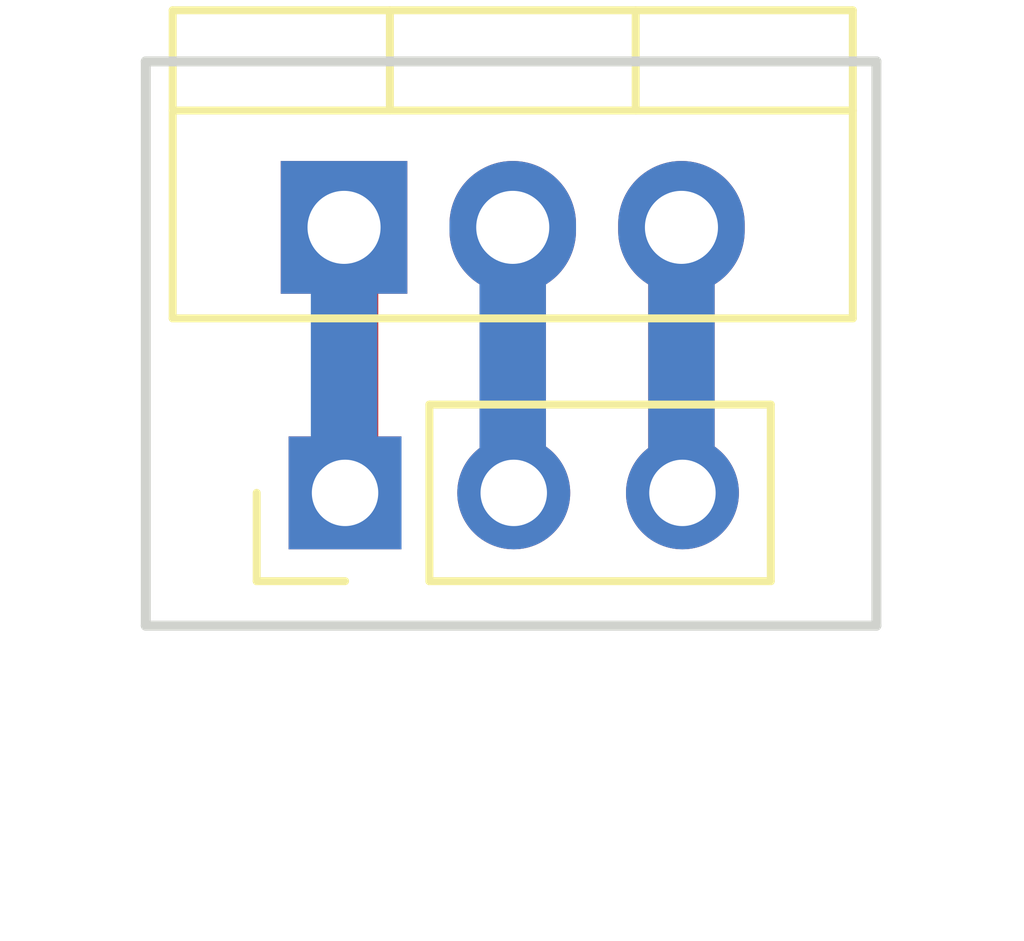
<source format=kicad_pcb>
(kicad_pcb (version 20171130) (host pcbnew "(5.0.0-3-g5ebb6b6)")

  (general
    (thickness 1.6)
    (drawings 4)
    (tracks 11)
    (zones 0)
    (modules 2)
    (nets 4)
  )

  (page A4)
  (layers
    (0 F.Cu signal)
    (31 B.Cu signal)
    (32 B.Adhes user)
    (33 F.Adhes user)
    (34 B.Paste user)
    (35 F.Paste user)
    (36 B.SilkS user)
    (37 F.SilkS user)
    (38 B.Mask user)
    (39 F.Mask user)
    (40 Dwgs.User user)
    (41 Cmts.User user)
    (42 Eco1.User user)
    (43 Eco2.User user)
    (44 Edge.Cuts user)
    (45 Margin user)
    (46 B.CrtYd user)
    (47 F.CrtYd user)
    (48 B.Fab user)
    (49 F.Fab user)
  )

  (setup
    (last_trace_width 1)
    (user_trace_width 1)
    (trace_clearance 0.2)
    (zone_clearance 0.508)
    (zone_45_only no)
    (trace_min 0.2)
    (segment_width 0.2)
    (edge_width 0.15)
    (via_size 0.8)
    (via_drill 0.4)
    (via_min_size 0.4)
    (via_min_drill 0.3)
    (uvia_size 0.3)
    (uvia_drill 0.1)
    (uvias_allowed no)
    (uvia_min_size 0.2)
    (uvia_min_drill 0.1)
    (pcb_text_width 0.3)
    (pcb_text_size 1.5 1.5)
    (mod_edge_width 0.15)
    (mod_text_size 1 1)
    (mod_text_width 0.15)
    (pad_size 1.524 1.524)
    (pad_drill 0.762)
    (pad_to_mask_clearance 0.2)
    (aux_axis_origin 0 0)
    (visible_elements FFFDFF7F)
    (pcbplotparams
      (layerselection 0x010c0_ffffffff)
      (usegerberextensions false)
      (usegerberattributes false)
      (usegerberadvancedattributes false)
      (creategerberjobfile false)
      (excludeedgelayer true)
      (linewidth 0.100000)
      (plotframeref false)
      (viasonmask false)
      (mode 1)
      (useauxorigin false)
      (hpglpennumber 1)
      (hpglpenspeed 20)
      (hpglpendiameter 15.000000)
      (psnegative false)
      (psa4output false)
      (plotreference false)
      (plotvalue false)
      (plotinvisibletext false)
      (padsonsilk false)
      (subtractmaskfromsilk false)
      (outputformat 1)
      (mirror false)
      (drillshape 0)
      (scaleselection 1)
      (outputdirectory ""))
  )

  (net 0 "")
  (net 1 "Net-(J1-Pad1)")
  (net 2 "Net-(J1-Pad2)")
  (net 3 "Net-(J1-Pad3)")

  (net_class Default "This is the default net class."
    (clearance 0.2)
    (trace_width 0.25)
    (via_dia 0.8)
    (via_drill 0.4)
    (uvia_dia 0.3)
    (uvia_drill 0.1)
    (add_net "Net-(J1-Pad1)")
    (add_net "Net-(J1-Pad2)")
    (add_net "Net-(J1-Pad3)")
  )

  (module Connector_PinHeader_2.54mm:PinHeader_1x03_P2.54mm_Vertical (layer F.Cu) (tedit 5C1FBEAF) (tstamp 5C2BEF22)
    (at 127 80 90)
    (descr "Through hole straight pin header, 1x03, 2.54mm pitch, single row")
    (tags "Through hole pin header THT 1x03 2.54mm single row")
    (path /5C1FBCBE)
    (fp_text reference J1 (at 0 -2.33 90) (layer F.SilkS) hide
      (effects (font (size 1 1) (thickness 0.15)))
    )
    (fp_text value Conn_01x03_Male (at 0 7.41 90) (layer F.Fab)
      (effects (font (size 1 1) (thickness 0.15)))
    )
    (fp_line (start -0.635 -1.27) (end 1.27 -1.27) (layer F.Fab) (width 0.1))
    (fp_line (start 1.27 -1.27) (end 1.27 6.35) (layer F.Fab) (width 0.1))
    (fp_line (start 1.27 6.35) (end -1.27 6.35) (layer F.Fab) (width 0.1))
    (fp_line (start -1.27 6.35) (end -1.27 -0.635) (layer F.Fab) (width 0.1))
    (fp_line (start -1.27 -0.635) (end -0.635 -1.27) (layer F.Fab) (width 0.1))
    (fp_line (start -1.33 6.41) (end 1.33 6.41) (layer F.SilkS) (width 0.12))
    (fp_line (start -1.33 1.27) (end -1.33 6.41) (layer F.SilkS) (width 0.12))
    (fp_line (start 1.33 1.27) (end 1.33 6.41) (layer F.SilkS) (width 0.12))
    (fp_line (start -1.33 1.27) (end 1.33 1.27) (layer F.SilkS) (width 0.12))
    (fp_line (start -1.33 0) (end -1.33 -1.33) (layer F.SilkS) (width 0.12))
    (fp_line (start -1.33 -1.33) (end 0 -1.33) (layer F.SilkS) (width 0.12))
    (fp_line (start -1.8 -1.8) (end -1.8 6.85) (layer F.CrtYd) (width 0.05))
    (fp_line (start -1.8 6.85) (end 1.8 6.85) (layer F.CrtYd) (width 0.05))
    (fp_line (start 1.8 6.85) (end 1.8 -1.8) (layer F.CrtYd) (width 0.05))
    (fp_line (start 1.8 -1.8) (end -1.8 -1.8) (layer F.CrtYd) (width 0.05))
    (fp_text user %R (at 0 2.54 180) (layer F.Fab)
      (effects (font (size 1 1) (thickness 0.15)))
    )
    (pad 1 thru_hole rect (at 0 0 90) (size 1.7 1.7) (drill 1) (layers *.Cu *.Mask)
      (net 1 "Net-(J1-Pad1)"))
    (pad 2 thru_hole oval (at 0 2.54 90) (size 1.7 1.7) (drill 1) (layers *.Cu *.Mask)
      (net 2 "Net-(J1-Pad2)"))
    (pad 3 thru_hole oval (at 0 5.08 90) (size 1.7 1.7) (drill 1) (layers *.Cu *.Mask)
      (net 3 "Net-(J1-Pad3)"))
    (model ${KISYS3DMOD}/Connector_PinHeader_2.54mm.3dshapes/PinHeader_1x03_P2.54mm_Vertical.wrl
      (at (xyz 0 0 0))
      (scale (xyz 1 1 1))
      (rotate (xyz 0 0 0))
    )
  )

  (module Package_TO_SOT_THT:TO-220-3_Vertical (layer F.Cu) (tedit 5C1FBEDC) (tstamp 5C2BEF94)
    (at 126.985 76)
    (descr "TO-220-3, Vertical, RM 2.54mm, see https://www.vishay.com/docs/66542/to-220-1.pdf")
    (tags "TO-220-3 Vertical RM 2.54mm")
    (path /5C1FBBDD)
    (fp_text reference J2 (at 2.54 -4.27) (layer F.SilkS) hide
      (effects (font (size 1 1) (thickness 0.15)))
    )
    (fp_text value Conn_01x03_Female (at 2.54 2.5) (layer F.Fab)
      (effects (font (size 1 1) (thickness 0.15)))
    )
    (fp_line (start -2.46 -3.15) (end -2.46 1.25) (layer F.Fab) (width 0.1))
    (fp_line (start -2.46 1.25) (end 7.54 1.25) (layer F.Fab) (width 0.1))
    (fp_line (start 7.54 1.25) (end 7.54 -3.15) (layer F.Fab) (width 0.1))
    (fp_line (start 7.54 -3.15) (end -2.46 -3.15) (layer F.Fab) (width 0.1))
    (fp_line (start -2.46 -1.88) (end 7.54 -1.88) (layer F.Fab) (width 0.1))
    (fp_line (start 0.69 -3.15) (end 0.69 -1.88) (layer F.Fab) (width 0.1))
    (fp_line (start 4.39 -3.15) (end 4.39 -1.88) (layer F.Fab) (width 0.1))
    (fp_line (start -2.58 -3.27) (end 7.66 -3.27) (layer F.SilkS) (width 0.12))
    (fp_line (start -2.58 1.371) (end 7.66 1.371) (layer F.SilkS) (width 0.12))
    (fp_line (start -2.58 -3.27) (end -2.58 1.371) (layer F.SilkS) (width 0.12))
    (fp_line (start 7.66 -3.27) (end 7.66 1.371) (layer F.SilkS) (width 0.12))
    (fp_line (start -2.58 -1.76) (end 7.66 -1.76) (layer F.SilkS) (width 0.12))
    (fp_line (start 0.69 -3.27) (end 0.69 -1.76) (layer F.SilkS) (width 0.12))
    (fp_line (start 4.391 -3.27) (end 4.391 -1.76) (layer F.SilkS) (width 0.12))
    (fp_line (start -2.71 -3.4) (end -2.71 1.51) (layer F.CrtYd) (width 0.05))
    (fp_line (start -2.71 1.51) (end 7.79 1.51) (layer F.CrtYd) (width 0.05))
    (fp_line (start 7.79 1.51) (end 7.79 -3.4) (layer F.CrtYd) (width 0.05))
    (fp_line (start 7.79 -3.4) (end -2.71 -3.4) (layer F.CrtYd) (width 0.05))
    (fp_text user %R (at 2.54 -4.27) (layer F.Fab) hide
      (effects (font (size 1 1) (thickness 0.15)))
    )
    (pad 1 thru_hole rect (at 0 0) (size 1.905 2) (drill 1.1) (layers *.Cu *.Mask)
      (net 1 "Net-(J1-Pad1)"))
    (pad 2 thru_hole oval (at 2.54 0) (size 1.905 2) (drill 1.1) (layers *.Cu *.Mask)
      (net 2 "Net-(J1-Pad2)"))
    (pad 3 thru_hole oval (at 5.08 0) (size 1.905 2) (drill 1.1) (layers *.Cu *.Mask)
      (net 3 "Net-(J1-Pad3)"))
    (model ${KISYS3DMOD}/Package_TO_SOT_THT.3dshapes/TO-220-3_Vertical.wrl
      (at (xyz 0 0 0))
      (scale (xyz 1 1 1))
      (rotate (xyz 0 0 0))
    )
  )

  (gr_line (start 135 73.5) (end 124 73.5) (layer Edge.Cuts) (width 0.15))
  (gr_line (start 135 82) (end 135 73.5) (layer Edge.Cuts) (width 0.15))
  (gr_line (start 124 82) (end 135 82) (layer Edge.Cuts) (width 0.15))
  (gr_line (start 124 73.5) (end 124 82) (layer Edge.Cuts) (width 0.15))

  (segment (start 127 76.015) (end 126.985 76) (width 1) (layer F.Cu) (net 1))
  (segment (start 127 80) (end 127 76.015) (width 1) (layer F.Cu) (net 1))
  (segment (start 126.985 79.985) (end 127 80) (width 1) (layer B.Cu) (net 1))
  (segment (start 126.985 76) (end 126.985 79.985) (width 1) (layer B.Cu) (net 1))
  (segment (start 129.525 76) (end 129.525 79.975) (width 1) (layer F.Cu) (net 2))
  (segment (start 129.525 79.985) (end 129.54 80) (width 1) (layer B.Cu) (net 2))
  (segment (start 129.525 76) (end 129.525 79.985) (width 1) (layer B.Cu) (net 2))
  (segment (start 132.065 79.985) (end 132.08 80) (width 1) (layer F.Cu) (net 3))
  (segment (start 132.065 76) (end 132.065 79.985) (width 1) (layer F.Cu) (net 3))
  (segment (start 132.065 79.985) (end 132.08 80) (width 1) (layer B.Cu) (net 3))
  (segment (start 132.065 76) (end 132.065 79.985) (width 1) (layer B.Cu) (net 3))

)

</source>
